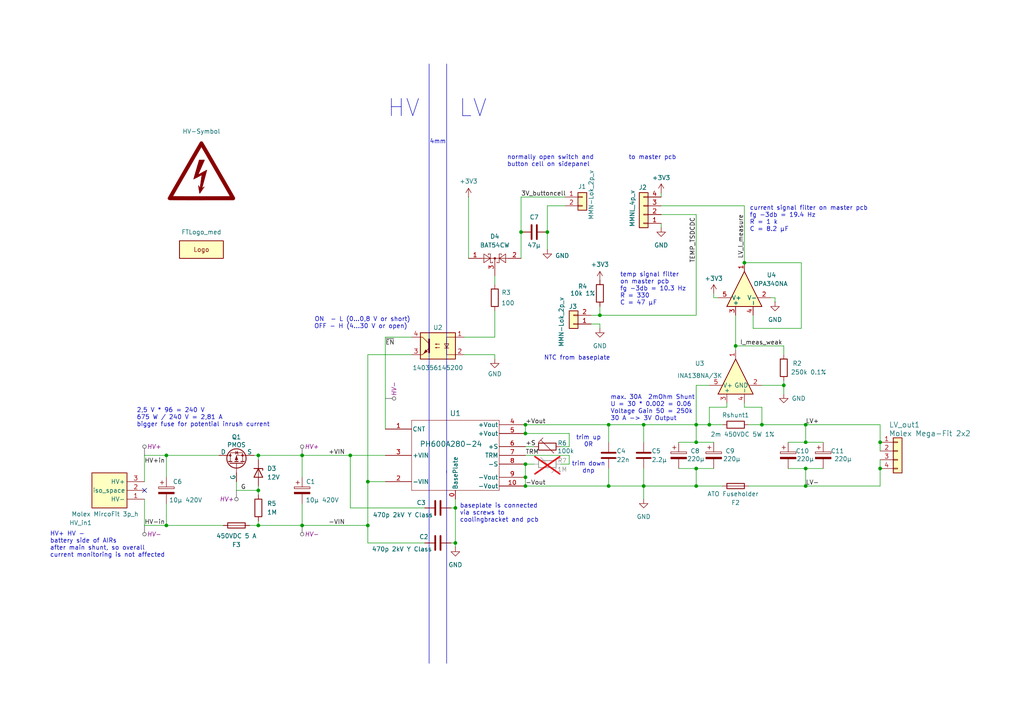
<source format=kicad_sch>
(kicad_sch (version 20231120) (generator "eeschema") (generator_version "8.0")
  (paper "A4")
  (title_block (title "TS-DCDC") (date "2024-12-12") (rev "0.5"))
  (lib_symbols
    (symbol "2024-11-18_21-41-11:PH600A280-24" (pin_names (offset 0.254))
      (property "Reference" "U1" (at 20.32 7.112 0))
      (property "Value" "PH600A280-24" (at 19.05 -1.778 0))
      (symbol "PH600A280-24_0_1"
        (polyline (pts (xy 7.62 -15.24) (xy 33.02 -15.24)) (stroke (width 0.127)))
        (polyline (pts (xy 7.62 5.08) (xy 7.62 -15.24)) (stroke (width 0.127)))
        (polyline (pts (xy 33.02 -15.24) (xy 33.02 5.08)) (stroke (width 0.127)))
        (polyline (pts (xy 33.02 5.08) (xy 7.62 5.08)) (stroke (width 0.127)))
      )
      (symbol "PH600A280-24_1_1"
        (pin passive line (at 20.32 -17.78 90) (length 2.54) (name "BasePlate") (number "0"))
        (pin input line (at 0 2.54 0) (length 7.62) (name "CNT") (number "1"))
        (pin power_out line (at 40.64 -13.97 180) (length 7.62) (name "-Vout") (number "10"))
        (pin power_in line (at 0 -12.7 0) (length 7.62) (name "-VIN") (number "2"))
        (pin power_in line (at 0 -5.08 0) (length 7.62) (name "+VIN") (number "3"))
        (pin power_out line (at 40.64 3.81 180) (length 7.62) (name "+Vout") (number "4"))
        (pin power_out line (at 40.64 1.27 180) (length 7.62) (name "+Vout") (number "5"))
        (pin input line (at 40.64 -2.54 180) (length 7.62) (name "+S") (number "6"))
        (pin input line (at 40.64 -5.08 180) (length 7.62) (name "TRM") (number "7"))
        (pin input line (at 40.64 -7.62 180) (length 7.62) (name "-S") (number "8"))
        (pin power_out line (at 40.64 -11.43 180) (length 7.62) (name "-Vout") (number "9"))
      )
    )
    (symbol "43650-0317:43650-0317"
      (property "Reference" "HV_in1" (at 18.542 -11.938 0))
      (property "Value" "Molex MircoFit 3p_h" (at 11.43 -9.398 0))
      (symbol "43650-0317_1_1"
        (rectangle (start 5.08 2.54) (end 15.24 -7.62) (stroke (width 0.254)) (fill (type background)))
        (pin power_out line (at 0 -5.08 0) (length 5.08) (name "HV-") (number "1"))
        (pin passive line (at 0 -2.54 0) (length 5.08) (name "iso_space") (number "2"))
        (pin power_out line (at 0 0 0) (length 5.08) (name "HV+") (number "3"))
      )
    )
    (symbol "Amplifier_Current:INA138" (pin_names (offset 0.127))
      (property "Reference" "U" (at 3.81 5.08 0))
      (property "Value" "INA138" (at 3.81 2.54 0))
      (symbol "INA138_0_1"
        (polyline (pts (xy -5.08 5.08) (xy 5.08 0) (xy -5.08 -5.08) (xy -5.08 5.08)) (stroke (width 0.254)) (fill (type background)))
      )
      (symbol "INA138_1_1"
        (pin output line (at 7.62 0 180) (length 2.54) (name "~") (number "1"))
        (pin power_in line (at -2.54 -7.62 90) (length 3.81) (name "GND") (number "2"))
        (pin input line (at -7.62 2.54 0) (length 2.54) (name "+") (number "3"))
        (pin input line (at -7.62 -2.54 0) (length 2.54) (name "-") (number "4"))
        (pin power_in line (at -2.54 7.62 270) (length 3.81) (name "V+") (number "5"))
      )
    )
    (symbol "Amplifier_Operational:OPA340NA" (pin_names (offset 0.127))
      (property "Reference" "U" (at -1.27 6.35 0))
      (property "Value" "OPA340NA" (at -1.27 3.81 0))
      (symbol "OPA340NA_0_1"
        (polyline (pts (xy -5.08 5.08) (xy 5.08 0) (xy -5.08 -5.08) (xy -5.08 5.08)) (stroke (width 0.254)) (fill (type background)))
        (pin power_in line (at -2.54 -7.62 90) (length 3.81) (name "V-") (number "2"))
        (pin power_in line (at -2.54 7.62 270) (length 3.81) (name "V+") (number "5"))
      )
      (symbol "OPA340NA_1_1"
        (pin output line (at 7.62 0 180) (length 2.54) (name "~") (number "1"))
        (pin input line (at -7.62 2.54 0) (length 2.54) (name "+") (number "3"))
        (pin input line (at -7.62 -2.54 0) (length 2.54) (name "-") (number "4"))
      )
    )
    (symbol "Connector_Generic:Conn_01x02" (pin_names (offset 1.016) hide)
      (property "Reference" "J" (at 0 2.54 0))
      (property "Value" "Conn_01x02" (at 0 -5.08 0))
      (symbol "Conn_01x02_1_1"
        (rectangle (start -1.27 -2.413) (end 0 -2.667) (stroke (width 0.1524)))
        (rectangle (start -1.27 0.127) (end 0 -0.127) (stroke (width 0.1524)))
        (rectangle (start -1.27 1.27) (end 1.27 -3.81) (stroke (width 0.254)) (fill (type background)))
        (pin passive line (at -5.08 0 0) (length 3.81) (name "Pin_1") (number "1"))
        (pin passive line (at -5.08 -2.54 0) (length 3.81) (name "Pin_2") (number "2"))
      )
    )
    (symbol "Connector_Generic:Conn_01x04" (pin_names (offset 1.016) hide)
      (property "Reference" "J" (at 0 5.08 0))
      (property "Value" "Conn_01x04" (at 0 -7.62 0))
      (symbol "Conn_01x04_1_1"
        (rectangle (start -1.27 -4.953) (end 0 -5.207) (stroke (width 0.1524)))
        (rectangle (start -1.27 -2.413) (end 0 -2.667) (stroke (width 0.1524)))
        (rectangle (start -1.27 0.127) (end 0 -0.127) (stroke (width 0.1524)))
        (rectangle (start -1.27 2.667) (end 0 2.413) (stroke (width 0.1524)))
        (rectangle (start -1.27 3.81) (end 1.27 -6.35) (stroke (width 0.254)) (fill (type background)))
        (pin passive line (at -5.08 2.54 0) (length 3.81) (name "Pin_1") (number "1"))
        (pin passive line (at -5.08 0 0) (length 3.81) (name "Pin_2") (number "2"))
        (pin passive line (at -5.08 -2.54 0) (length 3.81) (name "Pin_3") (number "3"))
        (pin passive line (at -5.08 -5.08 0) (length 3.81) (name "Pin_4") (number "4"))
      )
    )
    (symbol "Device:C" (pin_numbers hide) (pin_names (offset 0.254))
      (property "Reference" "C" (at 0.635 2.54 0))
      (property "Value" "C" (at 0.635 -2.54 0))
      (symbol "C_0_1"
        (polyline (pts (xy -2.032 -0.762) (xy 2.032 -0.762)) (stroke (width 0.508)))
        (polyline (pts (xy -2.032 0.762) (xy 2.032 0.762)) (stroke (width 0.508)))
      )
      (symbol "C_1_1"
        (pin passive line (at 0 3.81 270) (length 2.794) (name "~") (number "1"))
        (pin passive line (at 0 -3.81 90) (length 2.794) (name "~") (number "2"))
      )
    )
    (symbol "Device:C_Polarized" (pin_numbers hide) (pin_names (offset 0.254))
      (property "Reference" "C" (at 0.635 2.54 0))
      (property "Value" "C_Polarized" (at 0.635 -2.54 0))
      (symbol "C_Polarized_0_1"
        (rectangle (start -2.286 0.508) (end 2.286 1.016))
        (polyline (pts (xy -1.778 2.286) (xy -0.762 2.286)))
        (polyline (pts (xy -1.27 2.794) (xy -1.27 1.778)))
        (rectangle (start 2.286 -0.508) (end -2.286 -1.016) (fill (type outline)))
      )
      (symbol "C_Polarized_1_1"
        (pin passive line (at 0 3.81 270) (length 2.794) (name "~") (number "1"))
        (pin passive line (at 0 -3.81 90) (length 2.794) (name "~") (number "2"))
      )
    )
    (symbol "Device:D_Zener" (pin_numbers hide) (pin_names (offset 1.016) hide)
      (property "Reference" "D" (at 0 2.54 0))
      (property "Value" "D_Zener" (at 0 -2.54 0))
      (symbol "D_Zener_0_1"
        (polyline (pts (xy 1.27 0) (xy -1.27 0)))
        (polyline (pts (xy -1.27 -1.27) (xy -1.27 1.27) (xy -0.762 1.27)) (stroke (width 0.254)))
        (polyline (pts (xy 1.27 -1.27) (xy 1.27 1.27) (xy -1.27 0) (xy 1.27 -1.27)) (stroke (width 0.254)))
      )
      (symbol "D_Zener_1_1"
        (pin passive line (at -3.81 0 0) (length 2.54) (name "K") (number "1"))
        (pin passive line (at 3.81 0 180) (length 2.54) (name "A") (number "2"))
      )
    )
    (symbol "Device:Fuse" (pin_numbers hide) (pin_names (offset 0))
      (property "Reference" "F" (at 2.032 0 90))
      (property "Value" "Fuse" (at -1.905 0 90))
      (symbol "Fuse_0_1"
        (rectangle (start -0.762 -2.54) (end 0.762 2.54) (stroke (width 0.254)))
        (polyline (pts (xy 0 2.54) (xy 0 -2.54)))
      )
      (symbol "Fuse_1_1"
        (pin passive line (at 0 3.81 270) (length 1.27) (name "~") (number "1"))
        (pin passive line (at 0 -3.81 90) (length 1.27) (name "~") (number "2"))
      )
    )
    (symbol "Device:R" (pin_numbers hide) (pin_names (offset 0))
      (property "Reference" "R" (at 2.032 0 90))
      (property "Value" "R" (at 0 0 90))
      (symbol "R_0_1"
        (rectangle (start -1.016 -2.54) (end 1.016 2.54) (stroke (width 0.254)))
      )
      (symbol "R_1_1"
        (pin passive line (at 0 3.81 270) (length 1.27) (name "~") (number "1"))
        (pin passive line (at 0 -3.81 90) (length 1.27) (name "~") (number "2"))
      )
    )
    (symbol "Device:R_Trim" (pin_numbers hide) (pin_names (offset 0))
      (property "Reference" "R" (at 2.54 -2.54 90))
      (property "Value" "R_Trim" (at -2.54 -0.635 90))
      (symbol "R_Trim_0_1"
        (rectangle (start -1.016 -2.54) (end 1.016 2.54) (stroke (width 0.254)))
        (polyline (pts (xy -1.905 -1.905) (xy 1.905 1.905) (xy 2.54 1.27) (xy 1.27 2.54)))
      )
      (symbol "R_Trim_1_1"
        (pin passive line (at 0 3.81 270) (length 1.27) (name "~") (number "1"))
        (pin passive line (at 0 -3.81 90) (length 1.27) (name "~") (number "2"))
      )
    )
    (symbol "Diode:BAT54CW" (pin_names (offset 1.016))
      (property "Reference" "D" (at 0.635 -3.81 0))
      (property "Value" "BAT54CW" (at -6.35 3.175 0))
      (symbol "BAT54CW_0_1"
        (polyline (pts (xy -1.905 0) (xy 1.905 0)))
        (polyline (pts (xy -1.905 1.27) (xy -1.905 1.016)))
        (polyline (pts (xy -1.27 -1.27) (xy -0.635 -1.27)))
        (polyline (pts (xy -1.27 0) (xy -3.81 0)))
        (polyline (pts (xy -1.27 1.27) (xy -1.905 1.27)))
        (polyline (pts (xy -1.27 1.27) (xy -1.27 -1.27)))
        (polyline (pts (xy -0.635 -1.27) (xy -0.635 -1.016)))
        (polyline (pts (xy 0.635 -1.27) (xy 0.635 -1.016)))
        (polyline (pts (xy 1.27 -1.27) (xy 0.635 -1.27)))
        (polyline (pts (xy 1.27 1.27) (xy 1.27 -1.27)))
        (polyline (pts (xy 1.27 1.27) (xy 1.905 1.27)))
        (polyline (pts (xy 1.905 1.27) (xy 1.905 1.016)))
        (polyline (pts (xy 3.81 0) (xy 1.27 0)))
        (polyline (pts (xy -3.175 -1.27) (xy -3.175 1.27) (xy -1.27 0) (xy -3.175 -1.27)))
        (polyline (pts (xy 3.175 -1.27) (xy 3.175 1.27) (xy 1.27 0) (xy 3.175 -1.27)))
        (circle (center 0 0) (radius 0.254) (fill (type outline)))
      )
      (symbol "BAT54CW_1_1"
        (pin passive line (at -7.62 0 0) (length 3.81) (name "~") (number "1"))
        (pin passive line (at 7.62 0 180) (length 3.81) (name "~") (number "2"))
        (pin passive line (at 0 -5.08 90) (length 5.08) (name "~") (number "3"))
      )
    )
    (symbol "FaSTTUBe_logos:FTLogo_med"
      (property "Value" "FTLogo_med" (at 0 -3.81 0))
      (symbol "FTLogo_med_0_0"
        (text "Logo" (at 0 0 0) (effects (font (size 1.27 1.27))))
      )
      (symbol "FTLogo_med_0_1"
        (rectangle (start -6.35 2.54) (end 6.35 -2.54) (stroke (width 0.254)) (fill (type background)))
      )
    )
    (symbol "FaSTTUBe_logos:HV-Symbol" (pin_names (offset 1.016))
      (property "Value" "HV-Symbol" (at 0 -10.16 0))
      (symbol "HV-Symbol_0_0"
        (polyline (pts (xy -0.4892 -6.6071) (xy -0.4759 -6.591) (xy -0.4273 -6.5255) (xy -0.3518 -6.4196) (xy -0.2542 -6.2805) (xy -0.1394 -6.1154) (xy -0.0124 -5.9317) (xy 0.1219 -5.7364) (xy 0.2585 -5.5367) (xy 0.3925 -5.34) (xy 0.5191 -5.1533) (xy 0.6332 -4.984) (xy 0.73 -4.8391) (xy 0.8045 -4.726) (xy 0.8518 -4.6518) (xy 0.8669 -4.6238) (xy 0.8391 -4.6326) (xy 0.7671 -4.6703) (xy 0.6626 -4.7309) (xy 0.537 -4.8081) (xy 0.4195 -4.881) (xy 0.3146 -4.9437) (xy 0.2421 -4.9843) (xy 0.2131 -4.9963) (xy 0.2151 -4.9851) (xy 0.2315 -4.9189) (xy 0.2631 -4.7973) (xy 0.3086 -4.6249) (xy 0.3669 -4.4065) (xy 0.4366 -4.1466) (xy 0.5165 -3.8499) (xy 0.6054 -3.521) (xy 0.702 -3.1645) (xy 0.8051 -2.7851) (xy 0.9135 -2.3873) (xy 0.9755 -2.1599) (xy 1.0812 -1.7709) (xy 1.1809 -1.4024) (xy 1.2735 -1.059) (xy 1.3576 -0.7454) (xy 1.432 -0.4663) (xy 1.4955 -0.2264) (xy 1.5468 -0.0304) (xy 1.5847 0.1171) (xy 1.6079 0.2112) (xy 1.6151 0.2474) (xy 1.6 0.2451) (xy 1.5342 0.2168) (xy 1.4215 0.1619) (xy 1.2678 0.0834) (xy 1.0788 -0.0157) (xy 0.8602 -0.1324) (xy 0.6178 -0.2637) (xy 0.3573 -0.4066) (xy 0.1726 -0.5084) (xy -0.0763 -0.6449) (xy -0.3032 -0.7687) (xy -0.5023 -0.8766) (xy -0.6678 -0.9654) (xy -0.7938 -1.0321) (xy -0.8747 -1.0735) (xy -0.9046 -1.0865) (xy -0.8996 -1.0709) (xy -0.8714 -1.0014) (xy -0.8205 -0.8806) (xy -0.7488 -0.7135) (xy -0.6586 -0.5046) (xy -0.5517 -0.2589) (xy -0.4304 0.0188) (xy -0.2967 0.3239) (xy -0.1526 0.6514) (xy -0.0003 0.9967) (xy 0.1049 1.235) (xy 0.253 1.5703) (xy 0.3921 1.8852) (xy 0.52 2.175) (xy 0.6346 2.4347) (xy 0.7337 2.6594) (xy 0.8152 2.8442) (xy 0.8769 2.9843) (xy 0.9167 3.0747) (xy 0.9323 3.1106) (xy 0.9309 3.1196) (xy 0.9051 3.1304) (xy 0.8453 3.1382) (xy 0.7454 3.1431) (xy 0.599 3.1453) (xy 0.4001 3.1453) (xy 0.1424 3.1431) (xy -0.6646 3.1344) (xy -1.4846 0.343) (xy -1.6044 -0.0656) (xy -1.7195 -0.4592) (xy -1.8277 -0.8304) (xy -1.9277 -1.1747) (xy -2.0183 -1.4878) (xy -2.0981 -1.7651) (xy -2.166 -2.0023) (xy -2.2206 -2.195) (xy -2.2606 -2.3386) (xy -2.2848 -2.4288) (xy -2.2919 -2.4611) (xy -2.286 -2.4597) (xy -2.2336 -2.4367) (xy -2.1322 -2.388) (xy -1.988 -2.3167) (xy -1.807 -2.2259) (xy -1.5954 -2.1186) (xy -1.3593 -1.998) (xy -1.1049 -1.867) (xy -0.9986 -1.8122) (xy -0.7512 -1.6851) (xy -0.5248 -1.5695) (xy -0.3256 -1.4685) (xy -0.1595 -1.3851) (xy -0.0328 -1.3225) (xy 0.0485 -1.2837) (xy 0.0782 -1.2717) (xy 0.0786 -1.2748) (xy 0.0749 -1.3248) (xy 0.063 -1.4299) (xy 0.0441 -1.5831) (xy 0.0189 -1.7774) (xy -0.0114 -2.0057) (xy -0.0458 -2.261) (xy -0.0835 -2.5363) (xy -0.1233 -2.8245) (xy -0.1644 -3.1186) (xy -0.2057 -3.4116) (xy -0.2463 -3.6965) (xy -0.2851 -3.9662) (xy -0.3212 -4.2137) (xy -0.3535 -4.432) (xy -0.3812 -4.614) (xy -0.4032 -4.7527) (xy -0.4186 -4.8411) (xy -0.4263 -4.8721) (xy -0.4486 -4.8511) (xy -0.4999 -4.7857) (xy -0.5714 -4.6867) (xy -0.6549 -4.5646) (xy -0.7311 -4.4535) (xy -0.805 -4.3514) (xy -0.8599 -4.282) (xy -0.8876 -4.2561) (xy -0.9014 -4.2806) (xy -0.8968 -4.3443) (xy -0.8924 -4.369) (xy -0.8778 -4.4566) (xy -0.8553 -4.5949) (xy -0.8262 -4.7758) (xy -0.792 -4.9906) (xy -0.7538 -5.2313) (xy -0.7132 -5.4892) (xy -0.6874 -5.6524) (xy -0.6486 -5.8965) (xy -0.6132 -6.1162) (xy -0.5826 -6.3034) (xy -0.558 -6.4502) (xy -0.5409 -6.5487) (xy -0.5324 -6.5909) (xy -0.521 -6.6112) (xy -0.4892 -6.6071)) (stroke (width 0.01)) (fill (type outline)))
        (polyline (pts (xy -0.7512 -8.4995) (xy 0.0488 -8.4991) (xy 9.3708 -8.4937) (xy 9.4936 -8.4173) (xy 9.5205 -8.3994) (xy 9.6443 -8.2757) (xy 9.7185 -8.1228) (xy 9.7386 -7.9548) (xy 9.6999 -7.7862) (xy 9.6933 -7.7735) (xy 9.6567 -7.7077) (xy 9.5896 -7.5892) (xy 9.4933 -7.4203) (xy 9.3691 -7.2031) (xy 9.2184 -6.9399) (xy 9.0425 -6.6332) (xy 8.8426 -6.285) (xy 8.6201 -5.8977) (xy 8.3763 -5.4736) (xy 8.1124 -5.015) (xy 7.8299 -4.524) (xy 7.53 -4.0031) (xy 7.2139 -3.4544) (xy 6.8831 -2.8803) (xy 6.5389 -2.283) (xy 6.1825 -1.6649) (xy 5.8152 -1.028) (xy 5.4384 -0.3749) (xy 5.0534 0.2924) (xy 4.7596 0.8012) (xy 4.2896 1.615) (xy 3.843 2.3874) (xy 3.4206 3.1175) (xy 3.0228 3.8044) (xy 2.6502 4.447) (xy 2.3033 5.0445) (xy 1.9827 5.5959) (xy 1.6889 6.1003) (xy 1.4225 6.5568) (xy 1.184 6.9643) (xy 0.9739 7.3221) (xy 0.7929 7.6291) (xy 0.6414 7.8844) (xy 0.52 8.0871) (xy 0.4293 8.2362) (xy 0.3697 8.3308) (xy 0.3419 8.37) (xy 0.2962 8.4088) (xy 0.1437 8.4869) (xy -0.0205 8.5068) (xy -0.1836 8.4683) (xy -0.3328 8.3714) (xy -0.3337 8.3705) (xy -0.3625 8.329) (xy -0.4218 8.2342) (xy -0.5102 8.0888) (xy -0.626 7.8955) (xy -0.7675 7.657) (xy -0.9334 7.3761) (xy -1.1219 7.0555) (xy -1.3314 6.698) (xy -1.5605 6.3063) (xy -1.8075 5.8832) (xy -2.0709 5.4313) (xy -2.349 4.9534) (xy -2.6402 4.4523) (xy -2.9431 3.9307) (xy -3.256 3.3913) (xy -3.5774 2.8369) (xy -3.9055 2.2702) (xy -4.239 1.6939) (xy -4.5762 1.1108) (xy -4.9154 0.5236) (xy -5.2553 -0.0649) (xy -5.594 -0.6521) (xy -5.9301 -1.2351) (xy -6.2621 -1.8112) (xy -6.5882 -2.3777) (xy -6.9069 -2.9319) (xy -7.2167 -3.471) (xy -7.516 -3.9923) (xy -7.8032 -4.493) (xy -8.0766 -4.9704) (xy -8.3348 -5.4218) (xy -8.5761 -5.8444) (xy -8.799 -6.2355) (xy -9.0019 -6.5924) (xy -9.1832 -6.9122) (xy -9.3412 -7.1924) (xy -9.4624 -7.4082) (xy -8.2772 -7.4082) (xy -8.2597 -7.3762) (xy -8.2115 -7.291) (xy -8.1342 -7.1555) (xy -8.0294 -6.9726) (xy -7.8989 -6.7452) (xy -7.7442 -6.4761) (xy -7.5671 -6.1683) (xy -7.3692 -5.8245) (xy -7.1521 -5.4478) (xy -6.9176 -5.041) (xy -6.6673 -4.6069) (xy -6.4029 -4.1484) (xy -6.1259 -3.6685) (xy -5.8382 -3.1699) (xy -5.5414 -2.6556) (xy -5.237 -2.1285) (xy -4.9268 -1.5914) (xy -4.6125 -1.0472) (xy -4.2957 -0.4988) (xy -3.9781 0.0509) (xy -3.6613 0.599) (xy -3.347 1.1428) (xy -3.0369 1.6792) (xy -2.7327 2.2054) (xy -2.4359 2.7185) (xy -2.1483 3.2157) (xy -1.8715 3.6941) (xy -1.6072 4.1507) (xy -1.357 4.5828) (xy -1.1227 4.9874) (xy -0.9058 5.3616) (xy -0.7081 5.7026) (xy -0.5312 6.0075) (xy -0.3768 6.2734) (xy -0.2465 6.4974) (xy -0.142 6.6766) (xy -0.065 6.8083) (xy -0.0171 6.8894) (xy 0 6.9171) (xy 0.0002 6.917) (xy 0.0191 6.8867) (xy 0.0688 6.803) (xy 0.1474 6.669) (xy 0.2535 6.4875) (xy 0.3853 6.2614) (xy 0.5411 5.9935) (xy 0.7192 5.6868) (xy 0.9181 5.3441) (xy 1.1361 4.9683) (xy 1.3714 4.5623) (xy 1.6225 4.129) (xy 1.8876 3.6712) (xy 2.1651 3.1917) (xy 2.4534 2.6936) (xy 2.7507 2.1797) (xy 3.0554 1.6528) (xy 3.3659 1.1159) (xy 3.6804 0.5717) (xy 3.9974 0.0233) (xy 4.3151 -0.5266) (xy 4.632 -1.0751) (xy 4.9462 -1.6192) (xy 5.2562 -2.1561) (xy 5.5603 -2.6829) (xy 5.8568 -3.1968) (xy 6.1442 -3.6948) (xy 6.4206 -4.1741) (xy 6.6844 -4.6318) (xy 6.9341 -5.065) (xy 7.1679 -5.4708) (xy 7.3841 -5.8465) (xy 7.5811 -6.189) (xy 7.7572 -6.4955) (xy 7.9109 -6.7631) (xy 8.0403 -6.989) (xy 8.1438 -7.1703) (xy 8.2198 -7.304) (xy 8.2667 -7.3874) (xy 8.2827 -7.4175) (xy 8.2727 -7.4185) (xy 8.2056 -7.4203) (xy 8.0779 -7.422) (xy 7.8921 -7.4237) (xy 7.6511 -7.4253) (xy 7.3575 -7.4269) (xy 7.0141 -7.4284) (xy 6.6236 -7.4298) (xy 6.1887 -7.4311) (xy 5.7121 -7.4324) (xy 5.1966 -7.4335) (xy 4.6448 -7.4345) (xy 4.0596 -7.4354) (xy 3.4436 -7.4362) (xy 2.7996 -7.4369) (xy 2.1302 -7.4374) (xy 1.4382 -7.4378) (xy 0.7264 -7.438) (xy -0.0027 -7.4381) (xy -0.309 -7.4381) (xy -1.147 -7.4379) (xy -1.9474 -7.4374) (xy -2.7085 -7.4368) (xy -3.4285 -7.4359) (xy -4.1058 -7.4349) (xy -4.7386 -7.4336) (xy -5.3253 -7.4322) (xy -5.8641 -7.4305) (xy -6.3533 -7.4287) (xy -6.7913 -7.4267) (xy -7.1762 -7.4245) (xy -7.5064 -7.4222) (xy -7.7802 -7.4197) (xy -7.9959 -7.417) (xy -8.1518 -7.4142) (xy -8.2461 -7.4113) (xy -8.2772 -7.4082) (xy -9.4624 -7.4082) (xy -9.4746 -7.43) (xy -9.5816 -7.6225) (xy -9.6606 -7.7671) (xy -9.7102 -7.8609) (xy -9.7287 -7.9014) (xy -9.7289 -7.9026) (xy -9.7335 -8.0172) (xy -9.7143 -8.1285) (xy -9.6792 -8.2033) (xy -9.5907 -8.3193) (xy -9.4796 -8.4176) (xy -9.3676 -8.4762) (xy -9.3591 -8.4772) (xy -9.2932 -8.4796) (xy -9.1659 -8.4819) (xy -8.9795 -8.484) (xy -8.7364 -8.4861) (xy -8.4391 -8.488) (xy -8.09 -8.4898) (xy -7.6916 -8.4915) (xy -7.2463 -8.493) (xy -6.7565 -8.4944) (xy -6.2247 -8.4957) (xy -5.6534 -8.4968) (xy -5.045 -8.4977) (xy -4.4018 -8.4984) (xy -3.7264 -8.499) (xy -3.0212 -8.4994) (xy -2.2887 -8.4997) (xy -1.5312 -8.4997) (xy -0.7512 -8.4995)) (stroke (width 0.01)) (fill (type outline)))
      )
    )
    (symbol "Fuse_1" (pin_numbers hide) (pin_names (offset 0))
      (property "Reference" "F2" (at 4.826 0 90))
      (property "Value" "ATO Fuseholder" (at 2.286 0.762 90))
      (symbol "Fuse_1_0_1"
        (rectangle (start -0.762 -2.54) (end 0.762 2.54) (stroke (width 0.254)))
        (polyline (pts (xy 0 2.54) (xy 0 -2.54)))
      )
      (symbol "Fuse_1_1_1"
        (pin passive line (at 0 3.81 270) (length 1.27) (name "~") (number "1"))
        (pin passive line (at 0 -3.81 90) (length 1.27) (name "~") (number "2"))
      )
    )
    (symbol "Relay_SolidState:34.81-7048"
      (property "Reference" "U2" (at 0 5.334 0))
      (property "Value" "140356145200" (at 0 -6.35 0))
      (symbol "34.81-7048_0_1"
        (rectangle (start -5.08 3.81) (end 5.08 -3.81) (stroke (width 0.254)) (fill (type background)))
        (polyline (pts (xy -3.175 -0.635) (xy -1.905 -0.635)))
        (polyline (pts (xy 2.54 1.905) (xy 2.54 -1.905) (xy 2.54 -1.905)) (stroke (width 0.508)))
        (polyline (pts (xy -5.08 2.54) (xy -2.54 2.54) (xy -2.54 -2.54) (xy -5.08 -2.54)))
        (polyline (pts (xy -2.54 -0.635) (xy -3.175 0.635) (xy -1.905 0.635) (xy -2.54 -0.635)))
        (polyline (pts (xy -0.508 -0.508) (xy 0.762 -0.508) (xy 0.381 -0.635) (xy 0.381 -0.381) (xy 0.762 -0.508)))
        (polyline (pts (xy -0.508 0.508) (xy 0.762 0.508) (xy 0.381 0.381) (xy 0.381 0.635) (xy 0.762 0.508)))
        (polyline (pts (xy 3.048 -1.651) (xy 3.556 -1.143) (xy 4.064 -2.159) (xy 3.048 -1.651) (xy 3.048 -1.651)) (fill (type outline)))
        (polyline (pts (xy 5.08 2.54) (xy 4.445 2.54) (xy 2.54 0.635) (xy 2.54 -0.635) (xy 4.445 -2.54) (xy 5.08 -2.54)))
      )
      (symbol "34.81-7048_1_1"
        (pin passive line (at -7.62 2.54 0) (length 2.54) (name "") (number "1"))
        (pin passive line (at -7.62 -2.54 0) (length 2.54) (name "~") (number "2"))
        (pin passive line (at 7.62 -2.54 180) (length 2.54) (name "~") (number "3"))
        (pin passive line (at 7.62 2.54 180) (length 2.54) (name "~") (number "4"))
      )
    )
    (symbol "Simulation_SPICE:PMOS" (pin_numbers hide) (pin_names (offset 0))
      (property "Reference" "Q" (at 5.08 1.27 0))
      (property "Value" "PMOS" (at 5.08 -1.27 0))
      (symbol "PMOS_0_1"
        (polyline (pts (xy 0.254 0) (xy -2.54 0)))
        (polyline (pts (xy 0.254 1.905) (xy 0.254 -1.905)) (stroke (width 0.254)))
        (polyline (pts (xy 0.762 -1.27) (xy 0.762 -2.286)) (stroke (width 0.254)))
        (polyline (pts (xy 0.762 0.508) (xy 0.762 -0.508)) (stroke (width 0.254)))
        (polyline (pts (xy 0.762 2.286) (xy 0.762 1.27)) (stroke (width 0.254)))
        (polyline (pts (xy 2.54 2.54) (xy 2.54 1.778)))
        (polyline (pts (xy 2.54 -2.54) (xy 2.54 0) (xy 0.762 0)))
        (polyline (pts (xy 0.762 1.778) (xy 3.302 1.778) (xy 3.302 -1.778) (xy 0.762 -1.778)))
        (polyline (pts (xy 2.286 0) (xy 1.27 0.381) (xy 1.27 -0.381) (xy 2.286 0)) (fill (type outline)))
        (polyline (pts (xy 2.794 -0.508) (xy 2.921 -0.381) (xy 3.683 -0.381) (xy 3.81 -0.254)))
        (polyline (pts (xy 3.302 -0.381) (xy 2.921 0.254) (xy 3.683 0.254) (xy 3.302 -0.381)))
        (circle (center 1.651 0) (radius 2.794) (stroke (width 0.254)))
        (circle (center 2.54 -1.778) (radius 0.254) (fill (type outline)))
        (circle (center 2.54 1.778) (radius 0.254) (fill (type outline)))
      )
      (symbol "PMOS_1_1"
        (pin passive line (at 2.54 5.08 270) (length 2.54) (name "D") (number "1"))
        (pin input line (at -5.08 0 0) (length 2.54) (name "G") (number "2"))
        (pin passive line (at 2.54 -5.08 90) (length 2.54) (name "S") (number "3"))
      )
    )
    (symbol "power:+3V3" (power) (pin_numbers hide) (pin_names (offset 0) hide)
      (property "Value" "+3V3" (at 0 3.556 0))
      (symbol "+3V3_0_1"
        (polyline (pts (xy -0.762 1.27) (xy 0 2.54)))
        (polyline (pts (xy 0 0) (xy 0 2.54)))
        (polyline (pts (xy 0 2.54) (xy 0.762 1.27)))
      )
      (symbol "+3V3_1_1"
        (pin power_in line (at 0 0 90) (length 0) (name "~") (number "1"))
      )
    )
    (symbol "power:GND" (power) (pin_numbers hide) (pin_names (offset 0) hide)
      (property "Value" "GND" (at 0 -3.81 0))
      (symbol "GND_0_1"
        (polyline (pts (xy 0 0) (xy 0 -1.27) (xy 1.27 -1.27) (xy 0 -2.54) (xy -1.27 -1.27) (xy 0 -1.27)))
      )
      (symbol "GND_1_1"
        (pin power_in line (at 0 0 270) (length 0) (name "~") (number "1"))
      )
    )
  )
  (junction (at 152.4 134.62))
  (junction (at 186.69 123.19))
  (junction (at 106.68 139.7))
  (junction (at 87.63 152.4))
  (junction (at 48.26 132.08))
  (junction (at 201.93 128.27))
  (junction (at 233.68 140.97))
  (junction (at 213.36 100.33))
  (junction (at 176.53 123.19))
  (junction (at 151.13 67.31))
  (junction (at 152.4 138.43))
  (junction (at 201.93 135.89))
  (junction (at 48.26 152.4))
  (junction (at 152.4 123.19))
  (junction (at 74.93 152.4))
  (junction (at 132.08 157.48))
  (junction (at 106.68 152.4))
  (junction (at 152.4 140.97))
  (junction (at 74.93 142.24))
  (junction (at 205.74 123.19))
  (junction (at 201.93 123.19))
  (junction (at 176.53 140.97))
  (junction (at 255.27 135.89))
  (junction (at 233.68 128.27))
  (junction (at 233.68 135.89))
  (junction (at 173.99 91.44))
  (junction (at 158.75 67.31))
  (junction (at 152.4 125.73))
  (junction (at 201.93 140.97))
  (junction (at 220.98 123.19))
  (junction (at 255.27 128.27))
  (junction (at 74.93 132.08))
  (junction (at 132.08 147.32))
  (junction (at 186.69 140.97))
  (junction (at 215.9 76.2))
  (junction (at 233.68 123.19))
  (junction (at 101.6 132.08))
  (junction (at 227.33 111.76))
  (junction (at 87.63 132.08))
  (no_connect (at 41.91 142.24))
  (wire (pts (xy 233.68 135.89) (xy 233.68 140.97)))
  (wire (pts (xy 233.68 128.27) (xy 238.76 128.27)))
  (wire (pts (xy 41.91 152.4) (xy 41.91 144.78)))
  (wire (pts (xy 176.53 123.19) (xy 176.53 128.27)))
  (wire (pts (xy 48.26 152.4) (xy 64.77 152.4)))
  (wire (pts (xy 176.53 135.89) (xy 176.53 140.97)))
  (wire (pts (xy 111.76 97.79) (xy 111.76 124.46)))
  (wire (pts (xy 158.75 59.69) (xy 158.75 67.31)))
  (wire (pts (xy 201.93 123.19) (xy 205.74 123.19)))
  (wire (pts (xy 152.4 134.62) (xy 154.94 134.62)))
  (wire (pts (xy 228.6 128.27) (xy 233.68 128.27)))
  (wire (pts (xy 74.93 132.08) (xy 87.63 132.08)))
  (wire (pts (xy 201.93 111.76) (xy 205.74 111.76)))
  (wire (pts (xy 106.68 139.7) (xy 111.76 139.7)))
  (wire (pts (xy 151.13 57.15) (xy 163.83 57.15)))
  (wire (pts (xy 132.08 157.48) (xy 130.81 157.48)))
  (wire (pts (xy 106.68 139.7) (xy 106.68 152.4)))
  (wire (pts (xy 201.93 62.23) (xy 201.93 91.44)))
  (wire (pts (xy 173.99 93.98) (xy 171.45 93.98)))
  (wire (pts (xy 143.51 80.01) (xy 143.51 82.55)))
  (wire (pts (xy 74.93 152.4) (xy 87.63 152.4)))
  (wire (pts (xy 205.74 123.19) (xy 209.55 123.19)))
  (wire (pts (xy 134.62 102.87) (xy 143.51 102.87)))
  (wire (pts (xy 165.1 129.54) (xy 162.56 129.54)))
  (wire (pts (xy 134.62 97.79) (xy 143.51 97.79)))
  (wire (pts (xy 201.93 111.76) (xy 201.93 123.19)))
  (wire (pts (xy 210.82 116.84) (xy 210.82 118.11)))
  (wire (pts (xy 210.82 118.11) (xy 205.74 118.11)))
  (wire (pts (xy 135.89 57.15) (xy 135.89 74.93)))
  (wire (pts (xy 218.44 95.25) (xy 232.41 95.25)))
  (wire (pts (xy 165.1 134.62) (xy 165.1 132.08)))
  (wire (pts (xy 227.33 111.76) (xy 227.33 114.3)))
  (wire (pts (xy 152.4 123.19) (xy 176.53 123.19)))
  (polyline (pts (xy 124.46 18.542) (xy 124.46 192.405)))
  (wire (pts (xy 208.28 86.36) (xy 207.01 86.36)))
  (wire (pts (xy 191.77 66.04) (xy 191.77 64.77)))
  (wire (pts (xy 151.13 57.15) (xy 151.13 67.31)))
  (wire (pts (xy 152.4 138.43) (xy 152.4 134.62)))
  (wire (pts (xy 41.91 152.4) (xy 48.26 152.4)))
  (wire (pts (xy 217.17 140.97) (xy 233.68 140.97)))
  (wire (pts (xy 132.08 147.32) (xy 132.08 157.48)))
  (wire (pts (xy 220.98 118.11) (xy 220.98 123.19)))
  (wire (pts (xy 255.27 128.27) (xy 255.27 130.81)))
  (wire (pts (xy 224.79 87.63) (xy 224.79 86.36)))
  (wire (pts (xy 186.69 123.19) (xy 201.93 123.19)))
  (wire (pts (xy 152.4 129.54) (xy 154.94 129.54)))
  (wire (pts (xy 48.26 146.05) (xy 48.26 152.4)))
  (wire (pts (xy 74.93 133.35) (xy 74.93 132.08)))
  (wire (pts (xy 74.93 143.51) (xy 74.93 142.24)))
  (wire (pts (xy 68.58 139.7) (xy 68.58 142.24)))
  (wire (pts (xy 233.68 140.97) (xy 255.27 140.97)))
  (wire (pts (xy 106.68 152.4) (xy 106.68 157.48)))
  (wire (pts (xy 213.36 91.44) (xy 213.36 100.33)))
  (wire (pts (xy 186.69 140.97) (xy 201.93 140.97)))
  (wire (pts (xy 173.99 88.9) (xy 173.99 91.44)))
  (wire (pts (xy 213.36 100.33) (xy 227.33 100.33)))
  (wire (pts (xy 72.39 152.4) (xy 74.93 152.4)))
  (wire (pts (xy 173.99 91.44) (xy 201.93 91.44)))
  (wire (pts (xy 186.69 123.19) (xy 186.69 128.27)))
  (wire (pts (xy 186.69 140.97) (xy 186.69 144.78)))
  (wire (pts (xy 220.98 111.76) (xy 227.33 111.76)))
  (wire (pts (xy 201.93 128.27) (xy 207.01 128.27)))
  (wire (pts (xy 186.69 135.89) (xy 186.69 140.97)))
  (wire (pts (xy 201.93 135.89) (xy 201.93 140.97)))
  (wire (pts (xy 158.75 67.31) (xy 158.75 72.39)))
  (wire (pts (xy 220.98 118.11) (xy 215.9 118.11)))
  (wire (pts (xy 228.6 135.89) (xy 233.68 135.89)))
  (wire (pts (xy 73.66 132.08) (xy 74.93 132.08)))
  (wire (pts (xy 87.63 152.4) (xy 106.68 152.4)))
  (wire (pts (xy 106.68 102.87) (xy 119.38 102.87)))
  (wire (pts (xy 87.63 132.08) (xy 101.6 132.08)))
  (wire (pts (xy 132.08 144.78) (xy 132.08 147.32)))
  (polyline (pts (xy 129.54 136.525) (xy 129.54 192.405)))
  (wire (pts (xy 152.4 123.19) (xy 152.4 125.73)))
  (wire (pts (xy 87.63 132.08) (xy 87.63 138.43)))
  (wire (pts (xy 191.77 57.15) (xy 191.77 55.88)))
  (wire (pts (xy 232.41 76.2) (xy 215.9 76.2)))
  (wire (pts (xy 201.93 140.97) (xy 209.55 140.97)))
  (wire (pts (xy 165.1 125.73) (xy 152.4 125.73)))
  (wire (pts (xy 74.93 142.24) (xy 74.93 140.97)))
  (wire (pts (xy 205.74 118.11) (xy 205.74 123.19)))
  (wire (pts (xy 101.6 132.08) (xy 111.76 132.08)))
  (wire (pts (xy 196.85 128.27) (xy 201.93 128.27)))
  (wire (pts (xy 106.68 102.87) (xy 106.68 139.7)))
  (wire (pts (xy 196.85 135.89) (xy 201.93 135.89)))
  (wire (pts (xy 232.41 95.25) (xy 232.41 76.2)))
  (wire (pts (xy 162.56 134.62) (xy 165.1 134.62)))
  (wire (pts (xy 163.83 59.69) (xy 158.75 59.69)))
  (wire (pts (xy 176.53 123.19) (xy 186.69 123.19)))
  (wire (pts (xy 48.26 132.08) (xy 63.5 132.08)))
  (wire (pts (xy 213.36 100.33) (xy 213.36 101.6)))
  (wire (pts (xy 224.79 86.36) (xy 223.52 86.36)))
  (wire (pts (xy 173.99 91.44) (xy 171.45 91.44)))
  (wire (pts (xy 74.93 151.13) (xy 74.93 152.4)))
  (wire (pts (xy 233.68 135.89) (xy 238.76 135.89)))
  (wire (pts (xy 217.17 123.19) (xy 220.98 123.19)))
  (wire (pts (xy 215.9 59.69) (xy 215.9 76.2)))
  (wire (pts (xy 152.4 140.97) (xy 176.53 140.97)))
  (wire (pts (xy 233.68 123.19) (xy 233.68 128.27)))
  (wire (pts (xy 201.93 135.89) (xy 207.01 135.89)))
  (wire (pts (xy 191.77 59.69) (xy 215.9 59.69)))
  (polyline (pts (xy 129.54 18.542) (xy 129.54 137.16)))
  (wire (pts (xy 123.19 147.32) (xy 101.6 147.32)))
  (wire (pts (xy 152.4 140.97) (xy 152.4 138.43)))
  (wire (pts (xy 255.27 133.35) (xy 255.27 135.89)))
  (wire (pts (xy 68.58 142.24) (xy 74.93 142.24)))
  (wire (pts (xy 176.53 140.97) (xy 186.69 140.97)))
  (wire (pts (xy 233.68 123.19) (xy 255.27 123.19)))
  (wire (pts (xy 173.99 93.98) (xy 173.99 95.25)))
  (wire (pts (xy 215.9 118.11) (xy 215.9 116.84)))
  (wire (pts (xy 152.4 132.08) (xy 165.1 132.08)))
  (wire (pts (xy 255.27 135.89) (xy 255.27 140.97)))
  (wire (pts (xy 151.13 67.31) (xy 151.13 74.93)))
  (wire (pts (xy 143.51 97.79) (xy 143.51 90.17)))
  (wire (pts (xy 165.1 129.54) (xy 165.1 125.73)))
  (wire (pts (xy 132.08 147.32) (xy 130.81 147.32)))
  (wire (pts (xy 132.08 158.75) (xy 132.08 157.48)))
  (wire (pts (xy 101.6 147.32) (xy 101.6 132.08)))
  (wire (pts (xy 48.26 132.08) (xy 48.26 138.43)))
  (wire (pts (xy 106.68 157.48) (xy 123.19 157.48)))
  (wire (pts (xy 111.76 97.79) (xy 119.38 97.79)))
  (wire (pts (xy 227.33 100.33) (xy 227.33 102.87)))
  (wire (pts (xy 220.98 123.19) (xy 233.68 123.19)))
  (wire (pts (xy 41.91 132.08) (xy 48.26 132.08)))
  (wire (pts (xy 207.01 86.36) (xy 207.01 85.09)))
  (wire (pts (xy 41.91 132.08) (xy 41.91 139.7)))
  (wire (pts (xy 255.27 123.19) (xy 255.27 128.27)))
  (wire (pts (xy 227.33 110.49) (xy 227.33 111.76)))
  (wire (pts (xy 201.93 62.23) (xy 191.77 62.23)))
  (wire (pts (xy 218.44 95.25) (xy 218.44 91.44)))
  (wire (pts (xy 87.63 152.4) (xy 87.63 146.05)))
  (wire (pts (xy 143.51 102.87) (xy 143.51 104.14)))
  (wire (pts (xy 201.93 123.19) (xy 201.93 128.27)))
  (text "trim down\ndnp" (at 170.688 135.636 0) (effects (font (size 1.27 1.27))))
  (text " ON  - L (0...0,8 V or short)\nOFF - H (4...30 V or open)" (at 104.648 93.726 0) (effects (font (size 1.27 1.27))))
  (text "max. 30A  2mOhm Shunt \nU = 30 * 0.002 = 0.06\nVoltage Gain 50 = 250k\n30 A -> 3V Output\n" (at 177.038 118.364 0) (effects (font (size 1.27 1.27)) (justify left)))
  (text "trim up\n0R" (at 170.688 128.016 0) (effects (font (size 1.27 1.27))))
  (text "2,5 V * 96 = 240 V\n675 W / 240 V = 2,81 A\nbigger fuse for potential inrush current\n\n" (at 39.624 122.174 0) (effects (font (size 1.27 1.27)) (justify left)))
  (text "current signal filter on master pcb\nfg -3db = 19.4 Hz\nR = 1 k\nC = 8.2 µF\n" (at 217.424 63.5 0) (effects (font (size 1.27 1.27)) (justify left)))
  (text "LV" (at 137.16 31.496 0) (effects (font (size 5 5))))
  (text "4mm" (at 127 41.148 0) (effects (font (size 1.27 1.27))))
  (text "normally open switch and\nbutton cell on sidepanel\n " (at 147.066 44.958 0) (effects (font (size 1.27 1.27)) (justify left top)))
  (text "NTC from baseplate" (at 167.386 103.886 0) (effects (font (size 1.27 1.27))))
  (text "HV" (at 117.094 31.496 0) (effects (font (size 5 5))))
  (text "HV+ HV -\nbattery side of AIRs\nafter main shunt, so overall \ncurrent monitoring is not affected" (at 14.478 157.988 0) (effects (font (size 1.27 1.27)) (justify left)))
  (text "to master pcb" (at 189.23 45.72 0) (effects (font (size 1.27 1.27))))
  (text "baseplate is connected \nvia screws to \ncoolingbracket and pcb\n" (at 133.35 148.844 0) (effects (font (size 1.27 1.27)) (justify left)))
  (text "temp signal filter \non master pcb\nfg -3db = 10.3 Hz\nR = 330\nC = 47 µF" (at 179.832 83.82 0) (effects (font (size 1.27 1.27)) (justify left)))
  (label "LV+" (at 233.68 123.19 0))
  (label "-Vout" (at 152.4 140.97 0))
  (label "LV-" (at 233.68 140.97 0))
  (label "TEMP_TSDCDC" (at 201.93 76.2 90))
  (label "G" (at 69.85 142.24 0))
  (label "+S" (at 152.4 129.54 0))
  (label "+Vout" (at 152.4 123.19 0))
  (label "TRM" (at 152.4 132.08 0))
  (label "-VIN" (at 95.25 152.4 0))
  (label "LV_I_measure" (at 215.9 74.93 90))
  (label "HV+in" (at 41.91 134.62 0))
  (label "I_meas_weak" (at 214.63 100.33 0))
  (label "3V_buttoncell" (at 151.13 57.15 0))
  (label "HV-in" (at 41.91 152.4 0))
  (label "~{EN}" (at 111.76 100.33 0))
  (label "+VIN" (at 95.25 132.08 0))
  (netclass_flag "" (length 2.54) (shape round) (at 41.91 132.08 0) (property "Netclass" "HV+" (at 42.6085 129.54 0) (effects (font (italic yes)) (justify left))))
  (netclass_flag "" (length 2.54) (shape round) (at 41.91 152.4 180) (property "Netclass" "HV-" (at 42.6085 154.94 0) (effects (font (italic yes)) (justify left))))
  (netclass_flag "" (length 2.54) (shape round) (at 111.76 115.57 270) (property "Netclass" "HV-" (at 114.3 114.8715 90) (effects (font (italic yes)) (justify left))))
  (netclass_flag "" (length 2.54) (shape round) (at 87.63 132.08 0) (property "Netclass" "HV+" (at 88.3285 129.54 0) (effects (font (italic yes)) (justify left))))
  (netclass_flag "" (length 2.54) (shape round) (at 68.58 142.24 180) (property "Netclass" "HV+" (at 67.8815 144.78 0) (effects (font (italic yes)) (justify right))))
  (netclass_flag "" (length 2.54) (shape round) (at 87.63 152.4 180) (property "Netclass" "HV-" (at 88.3285 154.94 0) (effects (font (italic yes)) (justify left))))
  (symbol (lib_id "Device:C_Polarized") (at 196.85 132.08 0) (unit 1)
    (property "Reference" "C8" (at 202.946 130.81 0) (effects (justify right)))
    (property "Value" "220µ" (at 204.47 133.096 0) (effects (justify right)))
    (property "Footprint" "Capacitor_THT:CP_Radial_D10.0mm_P5.00mm" (effects (hide yes)))
    (property "Datasheet" "https://mou.sr/3E8B9GR" (effects (hide yes)))
    (property "Description" "Polarized capacitor" (effects (hide yes)))
  )
  (symbol (lib_id "Device:C") (at 176.53 132.08 0) (unit 1)
    (property "Reference" "C4" (at 178.816 130.81 0) (effects (justify left)))
    (property "Value" "22n" (at 178.816 133.35 0) (effects (justify left)))
    (property "Footprint" "Capacitor_SMD:C_1206_3216Metric" (effects (hide yes)))
    (property "Description" "Unpolarized capacitor" (effects (hide yes)))
  )
  (symbol (lib_id "Device:R") (at 74.93 147.32 0) (unit 1)
    (property "Reference" "R5" (at 77.47 146.0499 0) (effects (justify left)))
    (property "Value" "1M" (at 77.47 148.5899 0) (effects (justify left)))
    (property "Footprint" "Resistor_SMD:R_2010_5025Metric" (effects (hide yes)))
    (property "Description" "Resistor" (effects (hide yes)))
  )
  (symbol (lib_id "Connector_Generic:Conn_01x04") (at 186.69 62.23 180) (unit 1)
    (property "Reference" "J2" (at 186.436 54.356 0))
    (property "Value" "MMNL_4p_v" (at 183.388 60.452 90))
    (property "Footprint" "FaSTTUBe_connectors:Micro_Mate-N-Lok_4p_vertical" (effects (hide yes)))
    (property "Description" "Generic connector, single row, 01x04, script generated (kicad-library-utils/schlib/autogen/connector/)" (effects (hide yes)))
  )
  (symbol (lib_id "power:GND") (at 186.69 144.78 0) (unit 1)
    (property "Reference" "#PWR01" (effects (hide yes)))
    (property "Value" "GND" (at 186.69 149.86 0))
    (property "Description" "Power symbol creates a global label with name \"GND\" , ground" (effects (hide yes)))
  )
  (symbol (lib_id "Device:D_Zener") (at 74.93 137.16 270) (unit 1)
    (property "Reference" "D3" (at 77.47 135.8899 90) (effects (justify left)))
    (property "Value" "12V" (at 77.47 138.4299 90) (effects (justify left)))
    (property "Footprint" "Diode_SMD:D_SOD-323" (effects (hide yes)))
    (property "Datasheet" "https://assets.nexperia.com/documents/data-sheet/PDZ-B_SER.pdf" (effects (hide yes)))
    (property "Description" "Zener diode" (effects (hide yes)))
  )
  (symbol (lib_id "power:+3V3") (at 191.77 55.88 0) (mirror y) (unit 1)
    (property "Reference" "#PWR05" (effects (hide yes)))
    (property "Value" "+3V3" (at 191.77 51.562 0))
    (property "Description" "Power symbol creates a global label with name \"+3V3\"" (effects (hide yes)))
  )
  (symbol (lib_id "Amplifier_Operational:OPA340NA") (at 215.9 83.82 90) (unit 1)
    (property "Reference" "U4" (at 223.774 79.756 90))
    (property "Value" "OPA340NA" (at 223.52 82.296 90))
    (property "Footprint" "Package_TO_SOT_SMD:SOT-23-5" (effects (hide yes)))
    (property "Datasheet" "http://www.ti.com/lit/ds/symlink/opa340.pdf" (effects (hide yes)))
    (property "Description" "Single Single-Supply, Rail-to-Rail Operational Amplifier, MicroAmplifier Series, SOT-23-5" (effects (hide yes)))
  )
  (symbol (lib_id "Device:C_Polarized") (at 228.6 132.08 0) (unit 1)
    (property "Reference" "C10" (at 234.696 130.81 0) (effects (justify right)))
    (property "Value" "220µ" (at 236.22 133.096 0) (effects (justify right)))
    (property "Footprint" "Capacitor_THT:CP_Radial_D10.0mm_P5.00mm" (effects (hide yes)))
    (property "Datasheet" "https://mou.sr/3E8B9GR" (effects (hide yes)))
    (property "Description" "Polarized capacitor" (effects (hide yes)))
  )
  (symbol (lib_id "Device:C_Polarized") (at 87.63 142.24 0) (unit 1)
    (property "Reference" "C1" (at 91.44 139.7 0) (effects (justify right)))
    (property "Value" "10µ 420V" (at 98.298 145.034 0) (effects (justify right)))
    (property "Footprint" "Capacitor_THT:CP_Radial_D12.5mm_P5.00mm" (effects (hide yes)))
    (property "Datasheet" "https://mou.sr/3CdDpvY" (effects (hide yes)))
    (property "Description" "Polarized capacitor" (effects (hide yes)))
  )
  (symbol (lib_id "Device:C") (at 127 157.48 90) (unit 1)
    (property "Reference" "C2" (at 122.936 155.702 90))
    (property "Value" "470p 2kV Y Class" (at 116.586 159.258 90))
    (property "Footprint" "footprints:VY1471M29Y5UC63V0" (effects (hide yes)))
    (property "Datasheet" "https://www.vishay.com/docs/28537/vy1series.pdf" (effects (hide yes)))
    (property "Description" "Unpolarized capacitor" (effects (hide yes)))
  )
  (symbol (lib_id "Device:C_Polarized") (at 207.01 132.08 0) (unit 1)
    (property "Reference" "C9" (at 213.106 130.81 0) (effects (justify right)))
    (property "Value" "220µ" (at 214.884 133.096 0) (effects (justify right)))
    (property "Footprint" "Capacitor_THT:CP_Radial_D10.0mm_P5.00mm" (effects (hide yes)))
    (property "Datasheet" "https://mou.sr/3E8B9GR" (effects (hide yes)))
    (property "Description" "Polarized capacitor" (effects (hide yes)))
  )
  (symbol (lib_id "2024-11-18_21-41-11:PH600A280-24") (at 111.76 127 0) (unit 1)
    (property "Reference" "U1" (at 132.08 119.888 0) (effects (font (size 1.524 1.524))))
    (property "Value" "PH600A280-24" (at 130.81 128.778 0) (effects (font (size 1.524 1.524))))
    (property "Footprint" "footprints:PH300A_thru_PH600A_TDK" (effects (hide yes)))
    (property "Datasheet" "PH600A280-24" (effects (hide yes)))
  )
  (symbol (lib_id "Device:C") (at 154.94 67.31 90) (unit 1)
    (property "Reference" "C7" (at 154.94 62.992 90))
    (property "Value" "47µ" (at 154.94 71.12 90))
    (property "Footprint" "Capacitor_SMD:C_1210_3225Metric" (effects (hide yes)))
    (property "Description" "Unpolarized capacitor" (effects (hide yes)))
  )
  (symbol (lib_id "power:+3V3") (at 173.99 81.28 0) (mirror y) (unit 1)
    (property "Reference" "#PWR08" (effects (hide yes)))
    (property "Value" "+3V3" (at 173.99 76.708 0))
    (property "Description" "Power symbol creates a global label with name \"+3V3\"" (effects (hide yes)))
  )
  (symbol (lib_id "FaSTTUBe_logos:HV-Symbol") (at 58.42 49.53 0) (unit 1)
    (property "Reference" "#Logo2" (effects (hide yes)))
    (property "Value" "HV-Symbol" (at 58.4225 38.1 0))
    (property "Footprint" "FaSTTUBe_logos:HV-Warning" (effects (hide yes)))
  )
  (symbol (lib_id "Device:C_Polarized") (at 48.26 142.24 0) (unit 1)
    (property "Reference" "C6" (at 52.832 139.7 0) (effects (justify right)))
    (property "Value" "10µ 420V" (at 58.674 145.034 0) (effects (justify right)))
    (property "Footprint" "Capacitor_THT:CP_Radial_D12.5mm_P5.00mm" (effects (hide yes)))
    (property "Datasheet" "https://mou.sr/3CdDpvY" (effects (hide yes)))
    (property "Description" "Polarized capacitor" (effects (hide yes)))
  )
  (symbol (lib_id "power:GND") (at 227.33 114.3 0) (unit 1)
    (property "Reference" "#PWR02" (effects (hide yes)))
    (property "Value" "GND" (at 231.648 115.57 0))
    (property "Description" "Power symbol creates a global label with name \"GND\" , ground" (effects (hide yes)))
  )
  (symbol (lib_id "Device:C_Polarized") (at 238.76 132.08 0) (unit 1)
    (property "Reference" "C11" (at 244.856 130.81 0) (effects (justify right)))
    (property "Value" "220µ" (at 247.142 133.096 0) (effects (justify right)))
    (property "Footprint" "Capacitor_THT:CP_Radial_D10.0mm_P5.00mm" (effects (hide yes)))
    (property "Datasheet" "https://mou.sr/3E8B9GR" (effects (hide yes)))
    (property "Description" "Polarized capacitor" (effects (hide yes)))
  )
  (symbol (lib_id "Device:R_Trim") (at 158.75 134.62 270) (unit 1) (dnp yes)
    (property "Reference" "R7" (at 163.068 133.604 90))
    (property "Value" "1M" (at 163.068 136.144 90))
    (property "Footprint" "Potentiometer_SMD:Potentiometer_Bourns_TC33X_Vertical" (effects (hide yes)))
    (property "Description" "Trimmable resistor (preset resistor)" (effects (hide yes)))
  )
  (symbol (lib_id "power:GND") (at 132.08 158.75 0) (unit 1)
    (property "Reference" "#PWR010" (effects (hide yes)))
    (property "Value" "GND" (at 132.08 163.83 0))
    (property "Description" "Power symbol creates a global label with name \"GND\" , ground" (effects (hide yes)))
  )
  (symbol (lib_id "Relay_SolidState:34.81-7048") (at 127 100.33 0) (mirror y) (unit 1)
    (property "Reference" "U2" (at 127 94.996 0))
    (property "Value" "140356145200" (at 127 106.68 0))
    (property "Footprint" "footprints:SOP254P700X210-4N" (effects (hide yes)))
    (property "Datasheet" "https://www.we-online.com/components/products/datasheet/140356145200.pdf" (effects (hide yes)))
    (property "Description" "Ultra-Slim Solid-State Relay, 0.1A, 48V DC output switching" (effects (hide yes)))
  )
  (symbol (lib_id "Connector_Generic:Conn_01x04") (at 260.35 130.81 0) (unit 1)
    (property "Reference" "LV_out1" (at 257.81 123.19 0) (effects (font (size 1.524 1.524)) (justify left)))
    (property "Value" "Molex Mega-Fit 2x2" (at 257.81 125.73 0) (effects (font (size 1.524 1.524)) (justify left)))
    (property "Footprint" "footprints:CONN_SD-76825-0100_04_MOL" (effects (hide yes)))
    (property "Description" "Generic connector, single row, 01x04, script generated (kicad-library-utils/schlib/autogen/connector/)" (effects (hide yes)))
  )
  (symbol (lib_id "Device:Fuse") (at 68.58 152.4 90) (mirror x) (unit 1)
    (property "Reference" "F3" (at 68.58 157.988 90))
    (property "Value" "450VDC 5 A" (at 68.58 155.448 90))
    (property "Footprint" "footprints:0ACG5000TE" (effects (hide yes)))
    (property "Datasheet" "https://www.mouser.de/datasheet/2/643/ds_CP_0ACG_series-2000946.pdf" (effects (hide yes)))
    (property "Description" "Fuse" (effects (hide yes)))
  )
  (symbol (lib_id "power:+3V3") (at 135.89 57.15 0) (unit 1)
    (property "Reference" "#PWR09" (effects (hide yes)))
    (property "Value" "+3V3" (at 135.89 52.578 0))
    (property "Description" "Power symbol creates a global label with name \"+3V3\"" (effects (hide yes)))
  )
  (symbol (lib_id "power:GND") (at 173.99 95.25 0) (unit 1)
    (property "Reference" "#PWR06" (effects (hide yes)))
    (property "Value" "GND" (at 173.99 100.33 0))
    (property "Description" "Power symbol creates a global label with name \"GND\" , ground" (effects (hide yes)))
  )
  (symbol (lib_id "Device:R") (at 173.99 85.09 0) (unit 1)
    (property "Reference" "R4" (at 167.64 83.058 0) (effects (justify left)))
    (property "Value" "10k 1%" (at 165.354 85.09 0) (effects (justify left)))
    (property "Footprint" "Resistor_SMD:R_0603_1608Metric" (effects (hide yes)))
    (property "Description" "Resistor" (effects (hide yes)))
  )
  (symbol (lib_name "Fuse_1") (lib_id "Device:Fuse") (at 213.36 140.97 90) (mirror x) (unit 1)
    (property "Reference" "F2" (at 213.36 145.796 90))
    (property "Value" "ATO Fuseholder" (at 212.598 143.256 90))
    (property "Footprint" "footprints:01000066Z" (effects (hide yes)))
    (property "Description" "Fuse" (effects (hide yes)))
  )
  (symbol (lib_id "Device:R") (at 213.36 123.19 90) (unit 1)
    (property "Reference" "Rshunt1" (at 213.36 120.396 90))
    (property "Value" "2m 450VDC 5W 1%" (at 215.392 125.984 90))
    (property "Footprint" "Resistor_SMD:R_2512_6332Metric" (effects (hide yes)))
    (property "Datasheet" "https://www.mouser.de/datasheet/2/54/css2h_2512-1862180.pdf" (effects (hide yes)))
    (property "Description" "Resistor" (effects (hide yes)))
  )
  (symbol (lib_id "Diode:BAT54CW") (at 143.51 74.93 0) (unit 1)
    (property "Reference" "D4" (at 143.51 68.58 0))
    (property "Value" "BAT54CW" (at 143.51 71.12 0))
    (property "Footprint" "Package_TO_SOT_SMD:SOT-323_SC-70" (effects (hide yes)))
    (property "Datasheet" "https://assets.nexperia.com/documents/data-sheet/BAT54W_SER.pdf" (effects (hide yes)))
    (property "Description" "Dual schottky barrier diode, common cathode, SOT-323" (effects (hide yes)))
  )
  (symbol (lib_id "Device:C") (at 127 147.32 270) (unit 1)
    (property "Reference" "C3" (at 122.174 145.796 90))
    (property "Value" "470p 2kV Y Class" (at 116.84 149.352 90))
    (property "Footprint" "footprints:VY1471M29Y5UC63V0" (effects (hide yes)))
    (property "Datasheet" "https://www.vishay.com/docs/28537/vy1series.pdf" (effects (hide yes)))
    (property "Description" "Unpolarized capacitor" (effects (hide yes)))
  )
  (symbol (lib_id "Device:R") (at 227.33 106.68 0) (unit 1)
    (property "Reference" "R2" (at 229.87 105.4099 0) (effects (justify left)))
    (property "Value" "250k 0.1%" (at 229.362 107.95 0) (effects (justify left)))
    (property "Footprint" "Resistor_SMD:R_0805_2012Metric" (effects (hide yes)))
    (property "Datasheet" "https://www.mouser.de/datasheet/2/385/SEI_RNCF-3077647.pdf" (effects (hide yes)))
    (property "Description" "Resistor" (effects (hide yes)))
  )
  (symbol (lib_id "FaSTTUBe_logos:FTLogo_med") (at 58.42 72.39 0) (unit 1)
    (property "Reference" "#Logo1" (effects (hide yes)))
    (property "Value" "FTLogo_med" (at 58.42 67.31 0))
    (property "Footprint" "FaSTTUBe_logos:FTLogo_medium" (effects (hide yes)))
  )
  (symbol (lib_id "power:GND") (at 224.79 87.63 0) (unit 1)
    (property "Reference" "#PWR011" (effects (hide yes)))
    (property "Value" "GND" (at 224.79 92.71 0))
    (property "Description" "Power symbol creates a global label with name \"GND\" , ground" (effects (hide yes)))
  )
  (symbol (lib_id "power:+3V3") (at 207.01 85.09 0) (mirror y) (unit 1)
    (property "Reference" "#PWR012" (effects (hide yes)))
    (property "Value" "+3V3" (at 207.01 80.772 0))
    (property "Description" "Power symbol creates a global label with name \"+3V3\"" (effects (hide yes)))
  )
  (symbol (lib_id "Connector_Generic:Conn_01x02") (at 166.37 93.98 180) (unit 1)
    (property "Reference" "J3" (at 167.386 88.9 0) (effects (justify left)))
    (property "Value" "MMN-Lok_2p_v" (at 162.814 86.106 90) (effects (justify left)))
    (property "Footprint" "FaSTTUBe_connectors:Micro_Mate-N-Lok_2p_vertical" (effects (hide yes)))
    (property "Description" "Generic connector, single row, 01x02, script generated (kicad-library-utils/schlib/autogen/connector/)" (effects (hide yes)))
  )
  (symbol (lib_id "Device:R") (at 143.51 86.36 0) (unit 1)
    (property "Reference" "R3" (at 146.812 84.836 0))
    (property "Value" "100" (at 147.32 87.884 0))
    (property "Footprint" "Resistor_SMD:R_0603_1608Metric" (effects (hide yes)))
    (property "Description" "Resistor" (effects (hide yes)))
  )
  (symbol (lib_id "power:GND") (at 143.51 104.14 0) (unit 1)
    (property "Reference" "#PWR07" (effects (hide yes)))
    (property "Value" "GND" (at 143.51 108.458 0))
    (property "Description" "Power symbol creates a global label with name \"GND\" , ground" (effects (hide yes)))
  )
  (symbol (lib_id "43650-0317:43650-0317") (at 41.91 139.7 0) (mirror y) (unit 1)
    (property "Reference" "HV_in1" (at 23.368 151.638 0))
    (property "Value" "Molex MircoFit 3p_h" (at 30.48 149.098 0))
    (property "Footprint" "Connector_Molex:Molex_Micro-Fit_3.0_43650-0310_1x03-1MP_P3.00mm_Horizontal_PnP" (effects (hide yes)))
    (property "Datasheet" "https://www.molex.com/en-us/products/part-detail/436500310?display=pdf" (effects (hide yes)))
    (property "Description" "Micro-Fit 3.0 Vertical Header, 3.00mm Pitch, Single Row, 3 Circuits, with PCB Polarizing Peg, Glow-Wire Capable, Black" (effects (hide yes)))
    (property "Height" "9.9" (effects (hide yes)))
    (property "Mouser Part Number" "538-43650-0317" (effects (hide yes)))
    (property "Mouser Price/Stock" "https://www.mouser.co.uk/ProductDetail/Molex/43650-0317?qs=Nb99Pa9xYq%2Fi%252B%2FVbiejqUg%3D%3D" (effects (hide yes)))
    (property "Manufacturer_Name" "Molex" (effects (hide yes)))
    (property "Manufacturer_Part_Number" "43650-0317" (effects (hide yes)))
  )
  (symbol (lib_id "power:GND") (at 158.75 72.39 0) (unit 1)
    (property "Reference" "#PWR04" (effects (hide yes)))
    (property "Value" "GND" (at 163.068 74.168 0))
    (property "Description" "Power symbol creates a global label with name \"GND\" , ground" (effects (hide yes)))
  )
  (symbol (lib_id "Simulation_SPICE:PMOS") (at 68.58 134.62 90) (unit 1)
    (property "Reference" "Q1" (at 68.58 126.746 90))
    (property "Value" "PMOS" (at 68.58 129.032 90))
    (property "Footprint" "Package_TO_SOT_SMD:TO-263-2" (effects (hide yes)))
    (property "Datasheet" "https://www.mouser.de/datasheet/2/240/Littelfuse_Discrete_MOSFETs_P_Channel_IXT_10P50P_D-1622554.pdf" (effects (hide yes)))
    (property "Description" "P-MOSFET transistor, drain/source/gate" (effects (hide yes)))
    (property "Sim.Device" "PMOS" (effects (hide yes)))
    (property "Sim.Type" "VDMOS" (effects (hide yes)))
    (property "Sim.Pins" "1=D 2=G 3=S" (effects (hide yes)))
  )
  (symbol (lib_id "Amplifier_Current:INA138") (at 213.36 109.22 90) (unit 1)
    (property "Reference" "U3" (at 202.946 105.41 90))
    (property "Value" "INA138NA/3K" (at 202.946 108.966 90))
    (property "Footprint" "Package_TO_SOT_SMD:SOT-23-5" (effects (hide yes)))
    (property "Datasheet" "https://www.ti.com/lit/ds/symlink/ina138.pdf?ts=1734802735399&ref_url=https%253A%252F%252Fwww.mouser.de%252F" (effects (hide yes)))
    (property "Description" "High-Side Measurement Current Shunt Monitor, 36V, SOT-23-5" (effects (hide yes)))
  )
  (symbol (lib_id "Device:R_Trim") (at 158.75 129.54 90) (unit 1)
    (property "Reference" "R6" (at 163.068 128.524 90))
    (property "Value" "100k" (at 164.084 130.81 90))
    (property "Footprint" "Potentiometer_SMD:Potentiometer_Bourns_TC33X_Vertical" (effects (hide yes)))
    (property "Description" "Trimmable resistor (preset resistor)" (effects (hide yes)))
  )
  (symbol (lib_id "Connector_Generic:Conn_01x02") (at 168.91 57.15 0) (unit 1)
    (property "Reference" "J1" (at 167.64 54.102 0) (effects (justify left)))
    (property "Value" "MMN-Lok_2p_v" (at 171.45 63.754 90) (effects (justify left)))
    (property "Footprint" "FaSTTUBe_connectors:Micro_Mate-N-Lok_2p_vertical" (effects (hide yes)))
    (property "Description" "Generic connector, single row, 01x02, script generated (kicad-library-utils/schlib/autogen/connector/)" (effects (hide yes)))
  )
  (symbol (lib_id "Device:C") (at 186.69 132.08 0) (unit 1)
    (property "Reference" "C5" (at 188.976 130.81 0) (effects (justify left)))
    (property "Value" "2.2µ" (at 188.976 133.35 0) (effects (justify left)))
    (property "Footprint" "Capacitor_SMD:C_0603_1608Metric" (effects (hide yes)))
    (property "Description" "Unpolarized capacitor" (effects (hide yes)))
  )
  (symbol (lib_id "power:GND") (at 191.77 66.04 0) (mirror y) (unit 1)
    (property "Reference" "#PWR03" (effects (hide yes)))
    (property "Value" "GND" (at 191.77 71.12 0))
    (property "Description" "Power symbol creates a global label with name \"GND\" , ground" (effects (hide yes)))
  )
)
</source>
